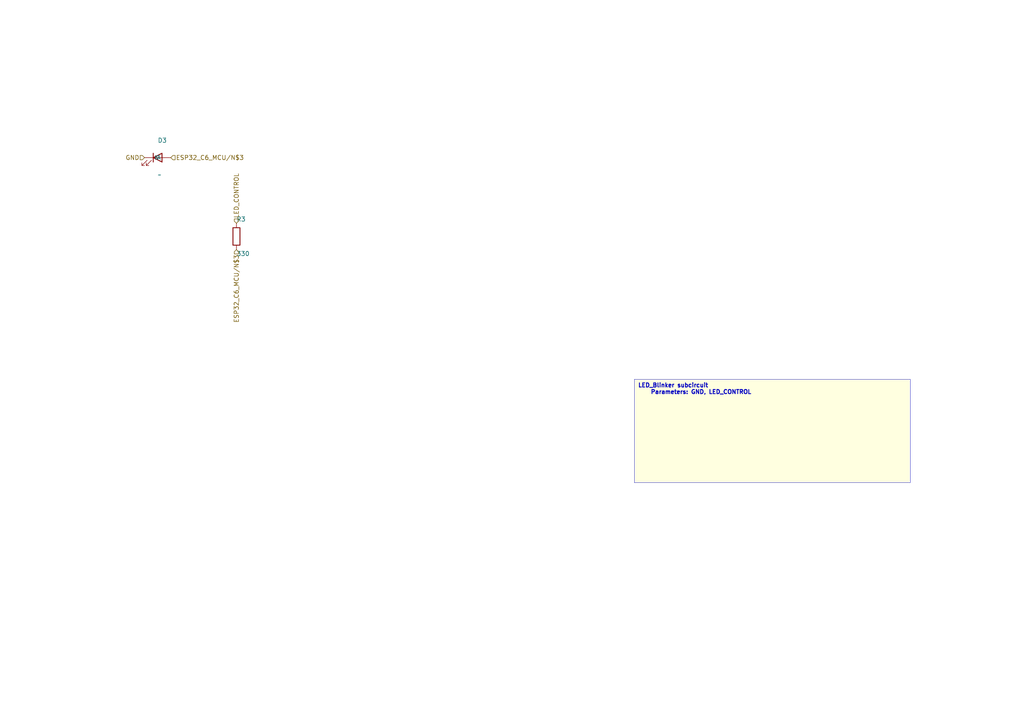
<source format=kicad_sch>
(kicad_sch (version 20250114) (generator "circuit_synth") (generator_version "9.0")
  (paper "A4")
  (lib_symbols
    (symbol "Device:LED" (pin_numbers hide) (pin_names (offset 0.254))
      (property "Reference" "D" (at 0.0 0.0 0))
      (property "Value" "LED" (at 0.0 0.0 0))
      (property "Sim.Pins" "1=K 2=A" (at 0.0 0.0 0))
      (symbol "LED_0_1"
        (polyline (pts (xy -3.048 -0.762) (xy -4.572 -2.286) (xy -3.81 -2.286) (xy -4.572 -2.286) (xy -4.572 -1.524)) (stroke (width 0.0)))
        (polyline (pts (xy -1.778 -0.762) (xy -3.302 -2.286) (xy -2.54 -2.286) (xy -3.302 -2.286) (xy -3.302 -1.524)) (stroke (width 0.0)))
        (polyline (pts (xy -1.27 0.0) (xy 1.27 0.0)) (stroke (width 0.0)))
        (polyline (pts (xy -1.27 -1.27) (xy -1.27 1.27)) (stroke (width 0.254)))
        (polyline (pts (xy 1.27 -1.27) (xy 1.27 1.27) (xy -1.27 0.0) (xy 1.27 -1.27)) (stroke (width 0.254)))
      )
      (symbol "LED_1_1"
        (pin passive line (at -3.81 0.0 0) (length 2.54) (name K) (number "1"))
        (pin passive line (at 3.81 0.0 180) (length 2.54) (name A) (number "2"))
      )
    )
    (symbol "Device:R" (pin_numbers hide) (pin_names (offset 0.254))
      (property "Reference" "R" (at 0.0 0.0 0))
      (property "Value" "R" (at 0.0 0.0 0))
      (symbol "R_0_1"
        (rectangle (start -1.016 -2.54) (end 1.016 2.54) (stroke (width 0.254)))
      )
      (symbol "R_1_1"
        (pin passive line (at 0.0 3.81 270) (length 1.27) (name ~) (number "1"))
        (pin passive line (at 0.0 -3.81 90) (length 1.27) (name ~) (number "2"))
      )
    )
  )
  (title_block (title LED_Blinker) (date 2025-08-06) (company Circuit-Synth))
  (symbol (lib_id "Device:LED") (at 45.72 45.72 0) (unit 1)
    (property "Reference" "D3" (at 45.72 40.72 0) (effects (justify left)))
    (property "Value" "~" (at 45.72 50.72 0) (effects (justify left)))
    (property "Footprint" "LED_SMD:LED_0805_2012Metric" (effects (hide yes)))
  )
  (symbol (lib_id "Device:R") (at 68.58 68.58 0) (unit 1)
    (property "Reference" "R3" (at 68.58 63.58 0) (effects (justify left)))
    (property "Value" "330" (at 68.58 73.58 0) (effects (justify left)))
    (property "Footprint" "Resistor_SMD:R_0805_2012Metric" (effects (hide yes)))
  )
  (hierarchical_label GND (shape input) (at 41.91 45.72 180))
  (hierarchical_label "ESP32_C6_MCU/N$3" (shape input) (at 49.53 45.72 0))
  (hierarchical_label "ESP32_C6_MCU/N$3" (shape input) (at 68.58 72.39 270))
  (hierarchical_label LED_CONTROL (shape input) (at 68.58 64.77 90))
  (text_box "LED_Blinker subcircuit\n    Parameters: GND, LED_CONTROL" (exclude_from_sim yes) (at 184.0 110.0 0) (size 80.0 30.0) (margins 1.0 1.0 1.0 1.0) (stroke (width 0.1)) (fill (type color) (color 255 255 224 1)) (effects (font (size 1.2 1.2) (thickness 0.254)) (justify left top)))
)
</source>
